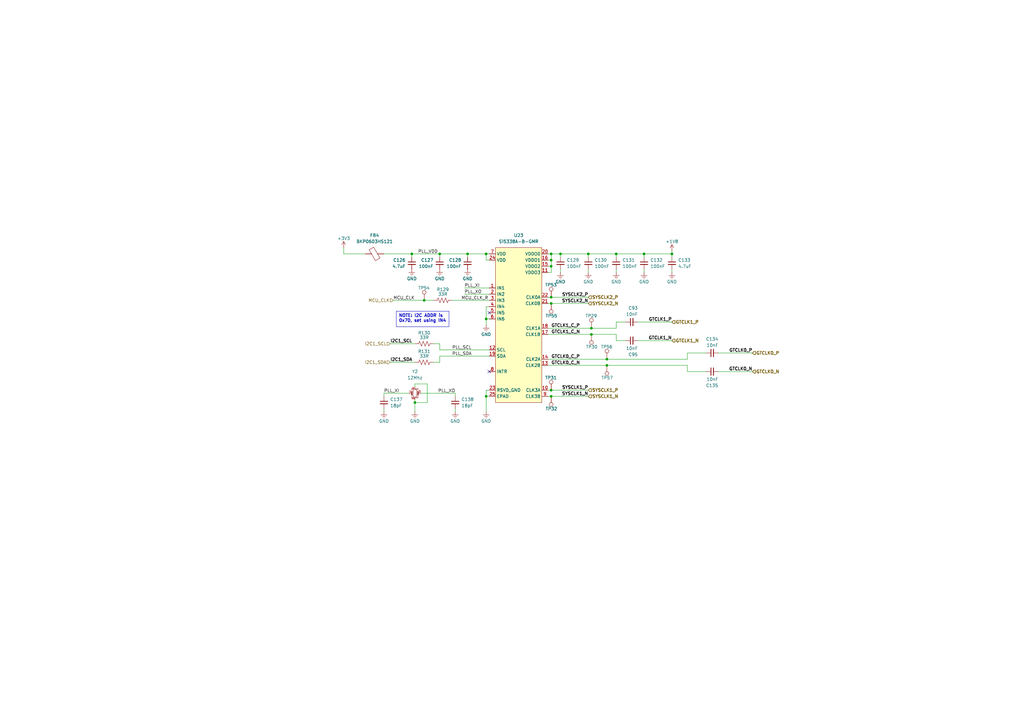
<source format=kicad_sch>
(kicad_sch (version 20231120) (generator "eeschema") (generator_version "8.0")
  (paper "A3")
  (title_block (title "Clock Generator") (date "2024-10-06") (rev "2.0") (company "Drexel University") (comment 1 "Designed by John Hofmeyr"))
  (lib_symbols
    (symbol "Connector:TestPoint" (pin_numbers hide) (pin_names (offset 0.762) hide)
      (property "Reference" "TP" (at 0 6.858 0))
      (property "Value" "TestPoint" (at 0 5.08 0))
      (symbol "TestPoint_0_1"
        (circle (center 0 3.302) (radius 0.762))
      )
      (symbol "TestPoint_1_1"
        (pin passive line (at 0 0 90) (length 2.54) (name "1") (number "1"))
      )
    )
    (symbol "Device:C_Small" (pin_numbers hide) (pin_names (offset 0.254) hide)
      (property "Reference" "C" (at 0.254 1.778 0))
      (property "Value" "C_Small" (at 0.254 -2.032 0))
      (symbol "C_Small_0_1"
        (polyline (pts (xy -1.524 -0.508) (xy 1.524 -0.508)) (stroke (width 0.3302)))
        (polyline (pts (xy -1.524 0.508) (xy 1.524 0.508)) (stroke (width 0.3048)))
      )
      (symbol "C_Small_1_1"
        (pin passive line (at 0 2.54 270) (length 2.032) (name "~") (number "1"))
        (pin passive line (at 0 -2.54 90) (length 2.032) (name "~") (number "2"))
      )
    )
    (symbol "Device:Crystal_GND24_Small" (pin_names (offset 1.016) hide)
      (property "Reference" "Y" (at 1.27 4.445 0))
      (property "Value" "Crystal_GND24_Small" (at 1.27 2.54 0))
      (symbol "Crystal_GND24_Small_0_1"
        (rectangle (start -0.762 -1.524) (end 0.762 1.524))
        (polyline (pts (xy -1.27 -0.762) (xy -1.27 0.762)) (stroke (width 0.381)))
        (polyline (pts (xy 1.27 -0.762) (xy 1.27 0.762)) (stroke (width 0.381)))
        (polyline (pts (xy -1.27 -1.27) (xy -1.27 -1.905) (xy 1.27 -1.905) (xy 1.27 -1.27)))
        (polyline (pts (xy -1.27 1.27) (xy -1.27 1.905) (xy 1.27 1.905) (xy 1.27 1.27)))
      )
      (symbol "Crystal_GND24_Small_1_1"
        (pin passive line (at -2.54 0 0) (length 1.27) (name "1") (number "1"))
        (pin passive line (at 0 -2.54 90) (length 0.635) (name "2") (number "2"))
        (pin passive line (at 2.54 0 180) (length 1.27) (name "3") (number "3"))
        (pin passive line (at 0 2.54 270) (length 0.635) (name "4") (number "4"))
      )
    )
    (symbol "Device:FerriteBead" (pin_numbers hide) (pin_names (offset 0))
      (property "Reference" "FB" (at -3.81 0.635 90))
      (property "Value" "FerriteBead" (at 3.81 0 90))
      (symbol "FerriteBead_0_1"
        (polyline (pts (xy 0 -1.27) (xy 0 -1.2192)))
        (polyline (pts (xy 0 1.27) (xy 0 1.2954)))
        (polyline (pts (xy -2.7686 0.4064) (xy -1.7018 2.2606) (xy 2.7686 -0.3048) (xy 1.6764 -2.159) (xy -2.7686 0.4064)))
      )
      (symbol "FerriteBead_1_1"
        (pin passive line (at 0 3.81 270) (length 2.54) (name "~") (number "1"))
        (pin passive line (at 0 -3.81 90) (length 2.54) (name "~") (number "2"))
      )
    )
    (symbol "Device:R_US" (pin_numbers hide) (pin_names (offset 0))
      (property "Reference" "R" (at 2.54 0 90))
      (property "Value" "R_US" (at -2.54 0 90))
      (symbol "R_US_0_1"
        (polyline (pts (xy 0 -2.286) (xy 0 -2.54)))
        (polyline (pts (xy 0 2.286) (xy 0 2.54)))
        (polyline (pts (xy 0 -0.762) (xy 1.016 -1.143) (xy 0 -1.524) (xy -1.016 -1.905) (xy 0 -2.286)))
        (polyline (pts (xy 0 0.762) (xy 1.016 0.381) (xy 0 0) (xy -1.016 -0.381) (xy 0 -0.762)))
        (polyline (pts (xy 0 2.286) (xy 1.016 1.905) (xy 0 1.524) (xy -1.016 1.143) (xy 0 0.762)))
      )
      (symbol "R_US_1_1"
        (pin passive line (at 0 3.81 270) (length 1.27) (name "~") (number "1"))
        (pin passive line (at 0 -3.81 90) (length 1.27) (name "~") (number "2"))
      )
    )
    (symbol "FPGA Module:Si5338"
      (property "Reference" "U" (at 12.065 6.35 0))
      (property "Value" "Si5338A-B-GMR" (at 12.065 3.81 0))
      (symbol "Si5338_1_1"
        (rectangle (start 2.54 2.54) (end 21.59 -60.96) (fill (type background)))
        (pin passive line (at 0 -13.97 0) (length 2.54) (name "IN1") (number "1"))
        (pin passive line (at 24.13 -55.88 180) (length 2.54) (name "CLK3A") (number "10"))
        (pin passive line (at 24.13 -7.62 180) (length 2.54) (name "VDDO3") (number "11"))
        (pin passive line (at 0 -39.37 0) (length 2.54) (name "SCL") (number "12"))
        (pin passive line (at 24.13 -45.72 180) (length 2.54) (name "CLK2B") (number "13"))
        (pin passive line (at 24.13 -43.18 180) (length 2.54) (name "CLK2A") (number "14"))
        (pin passive line (at 24.13 -5.08 180) (length 2.54) (name "VDDO2") (number "15"))
        (pin passive line (at 24.13 -2.54 180) (length 2.54) (name "VDDO1") (number "16"))
        (pin passive line (at 24.13 -33.02 180) (length 2.54) (name "CLK1B") (number "17"))
        (pin passive line (at 24.13 -30.48 180) (length 2.54) (name "CLK1A") (number "18"))
        (pin passive line (at 0 -41.91 0) (length 2.54) (name "SDA") (number "19"))
        (pin passive line (at 0 -16.51 0) (length 2.54) (name "IN2") (number "2"))
        (pin passive line (at 24.13 0 180) (length 2.54) (name "VDDO0") (number "20"))
        (pin passive line (at 24.13 -20.32 180) (length 2.54) (name "CLK0B") (number "21"))
        (pin passive line (at 24.13 -17.78 180) (length 2.54) (name "CLK0A") (number "22"))
        (pin passive line (at 0 -55.88 0) (length 2.54) (name "RSVD_GND") (number "23"))
        (pin passive line (at 0 -2.54 0) (length 2.54) (name "VDD") (number "24"))
        (pin passive line (at 0 -58.42 0) (length 2.54) (name "EPAD") (number "25"))
        (pin passive line (at 0 -19.05 0) (length 2.54) (name "IN3") (number "3"))
        (pin passive line (at 0 -21.59 0) (length 2.54) (name "IN4") (number "4"))
        (pin passive line (at 0 -24.13 0) (length 2.54) (name "IN5") (number "5"))
        (pin passive line (at 0 -26.67 0) (length 2.54) (name "IN6") (number "6"))
        (pin passive line (at 0 0 0) (length 2.54) (name "VDD") (number "7"))
        (pin passive line (at 0 -48.26 0) (length 2.54) (name "INTR") (number "8"))
        (pin passive line (at 24.13 -58.42 180) (length 2.54) (name "CLK3B") (number "9"))
      )
    )
    (symbol "power:+1V8" (power) (pin_numbers hide) (pin_names (offset 0) hide)
      (property "Value" "+1V8" (at 0 3.556 0))
      (symbol "+1V8_0_1"
        (polyline (pts (xy -0.762 1.27) (xy 0 2.54)))
        (polyline (pts (xy 0 0) (xy 0 2.54)))
        (polyline (pts (xy 0 2.54) (xy 0.762 1.27)))
      )
      (symbol "+1V8_1_1"
        (pin power_in line (at 0 0 90) (length 0) (name "~") (number "1"))
      )
    )
    (symbol "power:+3V3" (power) (pin_numbers hide) (pin_names (offset 0) hide)
      (property "Value" "+3V3" (at 0 3.556 0))
      (symbol "+3V3_0_1"
        (polyline (pts (xy -0.762 1.27) (xy 0 2.54)))
        (polyline (pts (xy 0 0) (xy 0 2.54)))
        (polyline (pts (xy 0 2.54) (xy 0.762 1.27)))
      )
      (symbol "+3V3_1_1"
        (pin power_in line (at 0 0 90) (length 0) (name "~") (number "1"))
      )
    )
    (symbol "power:GND" (power) (pin_numbers hide) (pin_names (offset 0) hide)
      (property "Value" "GND" (at 0 -3.81 0))
      (symbol "GND_0_1"
        (polyline (pts (xy -0.635 -1.905) (xy 0.635 -1.905)))
        (polyline (pts (xy -0.127 -2.54) (xy 0.127 -2.54)))
        (polyline (pts (xy 0 -1.27) (xy 0 0)))
        (polyline (pts (xy 1.27 -1.27) (xy -1.27 -1.27)))
      )
      (symbol "GND_1_1"
        (pin power_in line (at 0 0 270) (length 0) (name "~") (number "1"))
      )
    )
  )
  (junction (at 241.3 104.14))
  (junction (at 191.77 104.14))
  (junction (at 226.06 162.56))
  (junction (at 199.39 104.14))
  (junction (at 226.06 124.46))
  (junction (at 248.92 147.32))
  (junction (at 168.91 104.14))
  (junction (at 226.06 121.92))
  (junction (at 242.57 137.16))
  (junction (at 275.59 104.14))
  (junction (at 170.18 165.1))
  (junction (at 226.06 160.02))
  (junction (at 248.92 149.86))
  (junction (at 229.87 104.14))
  (junction (at 226.06 104.14))
  (junction (at 264.16 104.14))
  (junction (at 242.57 134.62))
  (junction (at 199.39 162.56))
  (junction (at 173.99 123.19))
  (junction (at 180.34 104.14))
  (junction (at 252.73 104.14))
  (junction (at 226.06 106.68))
  (junction (at 199.39 130.81))
  (junction (at 226.06 109.22))
  (no_connect (at 200.66 128.27))
  (no_connect (at 200.66 152.4))
  (wire (pts (xy 294.64 144.78) (xy 308.61 144.78)))
  (wire (pts (xy 226.06 106.68) (xy 224.79 106.68)))
  (wire (pts (xy 241.3 110.49) (xy 241.3 111.76)))
  (wire (pts (xy 252.73 137.16) (xy 252.73 139.7)))
  (wire (pts (xy 275.59 102.87) (xy 275.59 104.14)))
  (wire (pts (xy 226.06 160.02) (xy 241.3 160.02)))
  (wire (pts (xy 170.18 165.1) (xy 170.18 168.91)))
  (wire (pts (xy 224.79 147.32) (xy 248.92 147.32)))
  (wire (pts (xy 191.77 104.14) (xy 199.39 104.14)))
  (wire (pts (xy 248.92 149.86) (xy 281.94 149.86)))
  (wire (pts (xy 199.39 106.68) (xy 199.39 104.14)))
  (wire (pts (xy 226.06 111.76) (xy 224.79 111.76)))
  (wire (pts (xy 224.79 121.92) (xy 226.06 121.92)))
  (wire (pts (xy 199.39 104.14) (xy 200.66 104.14)))
  (wire (pts (xy 224.79 162.56) (xy 226.06 162.56)))
  (wire (pts (xy 229.87 110.49) (xy 229.87 111.76)))
  (wire (pts (xy 140.97 101.6) (xy 140.97 104.14)))
  (wire (pts (xy 160.02 140.97) (xy 170.18 140.97)))
  (wire (pts (xy 281.94 149.86) (xy 281.94 152.4)))
  (wire (pts (xy 275.59 110.49) (xy 275.59 111.76)))
  (wire (pts (xy 281.94 147.32) (xy 281.94 144.78)))
  (wire (pts (xy 160.02 148.59) (xy 170.18 148.59)))
  (wire (pts (xy 229.87 104.14) (xy 241.3 104.14)))
  (wire (pts (xy 190.5 120.65) (xy 200.66 120.65)))
  (wire (pts (xy 173.99 123.19) (xy 177.8 123.19)))
  (wire (pts (xy 180.34 143.51) (xy 200.66 143.51)))
  (wire (pts (xy 224.79 160.02) (xy 226.06 160.02)))
  (wire (pts (xy 199.39 125.73) (xy 200.66 125.73)))
  (wire (pts (xy 157.48 161.29) (xy 167.64 161.29)))
  (wire (pts (xy 199.39 162.56) (xy 200.66 162.56)))
  (wire (pts (xy 175.26 157.48) (xy 175.26 165.1)))
  (wire (pts (xy 226.06 124.46) (xy 241.3 124.46)))
  (wire (pts (xy 161.29 123.19) (xy 173.99 123.19)))
  (wire (pts (xy 170.18 165.1) (xy 170.18 163.83)))
  (wire (pts (xy 180.34 143.51) (xy 180.34 140.97)))
  (wire (pts (xy 175.26 165.1) (xy 170.18 165.1)))
  (wire (pts (xy 226.06 109.22) (xy 224.79 109.22)))
  (wire (pts (xy 281.94 152.4) (xy 289.56 152.4)))
  (wire (pts (xy 264.16 110.49) (xy 264.16 111.76)))
  (wire (pts (xy 275.59 104.14) (xy 275.59 105.41)))
  (wire (pts (xy 226.06 104.14) (xy 229.87 104.14)))
  (wire (pts (xy 199.39 160.02) (xy 199.39 162.56)))
  (wire (pts (xy 157.48 167.64) (xy 157.48 168.91)))
  (wire (pts (xy 186.69 167.64) (xy 186.69 168.91)))
  (wire (pts (xy 200.66 106.68) (xy 199.39 106.68)))
  (wire (pts (xy 224.79 149.86) (xy 248.92 149.86)))
  (wire (pts (xy 261.62 139.7) (xy 275.59 139.7)))
  (wire (pts (xy 252.73 104.14) (xy 264.16 104.14)))
  (wire (pts (xy 200.66 160.02) (xy 199.39 160.02)))
  (wire (pts (xy 180.34 148.59) (xy 177.8 148.59)))
  (wire (pts (xy 170.18 158.75) (xy 170.18 157.48)))
  (wire (pts (xy 186.69 161.29) (xy 186.69 162.56)))
  (wire (pts (xy 241.3 104.14) (xy 241.3 105.41)))
  (wire (pts (xy 264.16 104.14) (xy 275.59 104.14)))
  (wire (pts (xy 226.06 162.56) (xy 241.3 162.56)))
  (wire (pts (xy 226.06 106.68) (xy 226.06 109.22)))
  (wire (pts (xy 172.72 161.29) (xy 186.69 161.29)))
  (wire (pts (xy 180.34 104.14) (xy 180.34 105.41)))
  (wire (pts (xy 261.62 132.08) (xy 275.59 132.08)))
  (wire (pts (xy 170.18 157.48) (xy 175.26 157.48)))
  (wire (pts (xy 199.39 162.56) (xy 199.39 168.91)))
  (wire (pts (xy 248.92 147.32) (xy 281.94 147.32)))
  (wire (pts (xy 264.16 104.14) (xy 264.16 105.41)))
  (wire (pts (xy 185.42 123.19) (xy 200.66 123.19)))
  (wire (pts (xy 242.57 134.62) (xy 252.73 134.62)))
  (wire (pts (xy 191.77 104.14) (xy 191.77 105.41)))
  (wire (pts (xy 199.39 125.73) (xy 199.39 130.81)))
  (wire (pts (xy 224.79 124.46) (xy 226.06 124.46)))
  (wire (pts (xy 180.34 104.14) (xy 191.77 104.14)))
  (wire (pts (xy 252.73 104.14) (xy 252.73 105.41)))
  (wire (pts (xy 252.73 134.62) (xy 252.73 132.08)))
  (wire (pts (xy 242.57 137.16) (xy 252.73 137.16)))
  (wire (pts (xy 252.73 132.08) (xy 256.54 132.08)))
  (wire (pts (xy 281.94 144.78) (xy 289.56 144.78)))
  (wire (pts (xy 190.5 118.11) (xy 200.66 118.11)))
  (wire (pts (xy 199.39 130.81) (xy 199.39 133.35)))
  (wire (pts (xy 252.73 110.49) (xy 252.73 111.76)))
  (wire (pts (xy 180.34 146.05) (xy 180.34 148.59)))
  (wire (pts (xy 226.06 121.92) (xy 241.3 121.92)))
  (wire (pts (xy 226.06 109.22) (xy 226.06 111.76)))
  (wire (pts (xy 226.06 104.14) (xy 226.06 106.68)))
  (wire (pts (xy 180.34 146.05) (xy 200.66 146.05)))
  (wire (pts (xy 224.79 137.16) (xy 242.57 137.16)))
  (wire (pts (xy 180.34 140.97) (xy 177.8 140.97)))
  (wire (pts (xy 224.79 134.62) (xy 242.57 134.62)))
  (wire (pts (xy 226.06 104.14) (xy 224.79 104.14)))
  (wire (pts (xy 229.87 104.14) (xy 229.87 105.41)))
  (wire (pts (xy 149.86 104.14) (xy 140.97 104.14)))
  (wire (pts (xy 157.48 161.29) (xy 157.48 162.56)))
  (wire (pts (xy 199.39 130.81) (xy 200.66 130.81)))
  (wire (pts (xy 241.3 104.14) (xy 252.73 104.14)))
  (wire (pts (xy 168.91 104.14) (xy 168.91 105.41)))
  (wire (pts (xy 252.73 139.7) (xy 256.54 139.7)))
  (wire (pts (xy 157.48 104.14) (xy 168.91 104.14)))
  (wire (pts (xy 294.64 152.4) (xy 308.61 152.4)))
  (wire (pts (xy 168.91 104.14) (xy 180.34 104.14)))
  (text_box "NOTE: I2C ADDR is 0x70, set using IN4" (at 162.56 127.635 0) (size 21.59 6.35) (effects (font (size 1.27 1.27) (bold yes)) (justify left top)))
  (label "MCU_CLK_R" (at 189.23 123.19 0))
  (label "PLL_XI" (at 157.48 161.29 0))
  (label "PLL_SCL" (at 185.42 143.51 0))
  (label "GTCLK0_C_N" (at 226.06 149.86 0) (effects (font (bold yes))))
  (label "I2C1_SCL" (at 160.02 140.97 0) (effects (font (bold yes))))
  (label "PLL_SDA" (at 185.42 146.05 0))
  (label "SYSCLK2_P" (at 241.3 121.92 180) (effects (font (bold yes))))
  (label "GTCLK1_P" (at 275.59 132.08 180) (effects (font (bold yes))))
  (label "SYSCLK2_N" (at 241.3 124.46 180) (effects (font (bold yes))))
  (label "PLL_VDD" (at 171.45 104.14 0))
  (label "PLL_XO" (at 190.5 120.65 0))
  (label "GTCLK1_C_N" (at 226.06 137.16 0) (effects (font (bold yes))))
  (label "I2C1_SDA" (at 160.02 148.59 0) (effects (font (bold yes))))
  (label "SYSCLK1_N" (at 241.3 162.56 180) (effects (font (bold yes))))
  (label "GTCLK0_C_P" (at 226.06 147.32 0) (effects (font (bold yes))))
  (label "PLL_XO" (at 186.69 161.29 180))
  (label "GTCLK0_N" (at 308.61 152.4 180) (effects (font (bold yes))))
  (label "GTCLK1_C_P" (at 226.06 134.62 0) (effects (font (bold yes))))
  (label "SYSCLK1_P" (at 241.3 160.02 180) (effects (font (bold yes))))
  (label "PLL_XI" (at 190.5 118.11 0))
  (label "MCU_CLK" (at 161.29 123.19 0))
  (label "GTCLK0_P" (at 308.61 144.78 180) (effects (font (bold yes))))
  (label "GTCLK1_N" (at 275.59 139.7 180) (effects (font (bold yes))))
  (hierarchical_label "MCU_CLK" (shape input) (at 161.29 123.19 180))
  (hierarchical_label "SYSCLK1_N" (shape input) (at 241.3 162.56 0) (effects (font (bold yes))))
  (hierarchical_label "GTCLK1_N" (shape input) (at 275.59 139.7 0) (effects (font (bold yes))))
  (hierarchical_label "SYSCLK2_N" (shape input) (at 241.3 124.46 0) (effects (font (bold yes))))
  (hierarchical_label "GTCLK0_N" (shape input) (at 308.61 152.4 0) (effects (font (bold yes))))
  (hierarchical_label "I2C1_SDA" (shape input) (at 160.02 148.59 180))
  (hierarchical_label "SYSCLK2_P" (shape input) (at 241.3 121.92 0) (effects (font (bold yes))))
  (hierarchical_label "I2C1_SCL" (shape input) (at 160.02 140.97 180))
  (hierarchical_label "GTCLK0_P" (shape input) (at 308.61 144.78 0) (effects (font (bold yes))))
  (hierarchical_label "GTCLK1_P" (shape input) (at 275.59 132.08 0) (effects (font (bold yes))))
  (hierarchical_label "SYSCLK1_P" (shape input) (at 241.3 160.02 0) (effects (font (bold yes))))
  (symbol (lib_id "power:GND") (at 168.91 110.49 0) (mirror y) (unit 1)
    (property "Reference" "#PWR0280" (effects (hide yes)))
    (property "Value" "GND" (at 168.91 114.3 0))
    (property "Description" "Power symbol creates a global label with name \"GND\" , ground" (effects (hide yes)))
  )
  (symbol (lib_id "Device:C_Small") (at 252.73 107.95 0) (unit 1)
    (property "Reference" "C131" (at 255.27 106.6862 0) (effects (justify left)))
    (property "Value" "100nF" (at 255.27 109.2262 0) (effects (justify left)))
    (property "Footprint" "Capacitor_SMD:C_0201_0603Metric" (effects (hide yes)))
    (property "Description" "Unpolarized capacitor, small symbol" (effects (hide yes)))
  )
  (symbol (lib_id "Device:FerriteBead") (at 153.67 104.14 90) (mirror x) (unit 1)
    (property "Reference" "FB4" (at 153.6192 96.52 90))
    (property "Value" "BKP0603HS121" (at 153.6192 99.06 90))
    (property "Footprint" "Inductor_SMD:L_0201_0603Metric" (effects (hide yes)))
    (property "Description" "Ferrite bead" (effects (hide yes)))
  )
  (symbol (lib_id "Connector:TestPoint") (at 248.92 149.86 180) (unit 1)
    (property "Reference" "TP57" (at 251.46 154.94 0) (effects (justify left)))
    (property "Value" "Test Point" (effects (hide yes)))
    (property "Footprint" "FPGA Module:Test Point 0.5mm No Silk" (effects (hide yes)))
    (property "Description" "test point" (effects (hide yes)))
  )
  (symbol (lib_id "power:+1V8") (at 275.59 102.87 0) (unit 1)
    (property "Reference" "#PWR0279" (effects (hide yes)))
    (property "Value" "+1V8" (at 275.59 99.06 0))
    (property "Description" "Power symbol creates a global label with name \"+1V8\"" (effects (hide yes)))
  )
  (symbol (lib_id "power:GND") (at 191.77 110.49 0) (mirror y) (unit 1)
    (property "Reference" "#PWR0282" (effects (hide yes)))
    (property "Value" "GND" (at 191.77 114.3 0))
    (property "Description" "Power symbol creates a global label with name \"GND\" , ground" (effects (hide yes)))
  )
  (symbol (lib_id "power:GND") (at 264.16 111.76 0) (unit 1)
    (property "Reference" "#PWR0286" (effects (hide yes)))
    (property "Value" "GND" (at 264.16 115.57 0))
    (property "Description" "Power symbol creates a global label with name \"GND\" , ground" (effects (hide yes)))
  )
  (symbol (lib_id "Device:C_Small") (at 241.3 107.95 0) (unit 1)
    (property "Reference" "C130" (at 243.84 106.6862 0) (effects (justify left)))
    (property "Value" "100nF" (at 243.84 109.2262 0) (effects (justify left)))
    (property "Footprint" "Capacitor_SMD:C_0201_0603Metric" (effects (hide yes)))
    (property "Description" "Unpolarized capacitor, small symbol" (effects (hide yes)))
  )
  (symbol (lib_id "FPGA Module:Si5338") (at 200.66 104.14 0) (unit 1)
    (property "Reference" "U23" (at 212.725 96.52 0))
    (property "Value" "Si5338A-B-GMR" (at 212.725 99.06 0))
    (property "Footprint" "Package_DFN_QFN:QFN-24-1EP_4x4mm_P0.5mm_EP2.6x2.6mm" (effects (hide yes)))
    (property "Datasheet" "https://www.skyworksinc.com/-/media/SkyWorks/SL/documents/public/data-sheets/Si5338.pdf" (effects (hide yes)))
  )
  (symbol (lib_id "Connector:TestPoint") (at 226.06 160.02 0) (unit 1)
    (property "Reference" "TP31" (at 223.52 154.94 0) (effects (justify left)))
    (property "Value" "Test Point" (effects (hide yes)))
    (property "Footprint" "FPGA Module:Test Point 0.5mm No Silk" (effects (hide yes)))
    (property "Description" "test point" (effects (hide yes)))
  )
  (symbol (lib_id "Connector:TestPoint") (at 173.99 123.19 0) (unit 1)
    (property "Reference" "TP54" (at 171.45 118.11 0) (effects (justify left)))
    (property "Value" "Test Point" (effects (hide yes)))
    (property "Footprint" "FPGA Module:Test Point 0.5mm No Silk" (effects (hide yes)))
    (property "Description" "test point" (effects (hide yes)))
  )
  (symbol (lib_id "Device:Crystal_GND24_Small") (at 170.18 161.29 0) (unit 1)
    (property "Reference" "Y2" (at 170.18 152.4 0))
    (property "Value" "12Mhz" (at 170.18 154.94 0))
    (property "Footprint" "Oscillator:Oscillator_SMD_Abracon_ASE-4Pin_3.2x2.5mm" (effects (hide yes)))
    (property "Datasheet" "https://abracon.com/Resonators/abm8.pdf" (effects (hide yes)))
    (property "Description" "Four pin crystal, GND on pins 2 and 4, small symbol" (effects (hide yes)))
  )
  (symbol (lib_id "Device:C_Small") (at 186.69 165.1 0) (unit 1)
    (property "Reference" "C138" (at 189.23 163.8362 0) (effects (justify left)))
    (property "Value" "18pF" (at 189.23 166.3762 0) (effects (justify left)))
    (property "Footprint" "Capacitor_SMD:C_0201_0603Metric" (effects (hide yes)))
    (property "Description" "Unpolarized capacitor, small symbol" (effects (hide yes)))
  )
  (symbol (lib_id "power:GND") (at 252.73 111.76 0) (unit 1)
    (property "Reference" "#PWR0285" (effects (hide yes)))
    (property "Value" "GND" (at 252.73 115.57 0))
    (property "Description" "Power symbol creates a global label with name \"GND\" , ground" (effects (hide yes)))
  )
  (symbol (lib_id "Connector:TestPoint") (at 226.06 124.46 180) (unit 1)
    (property "Reference" "TP55" (at 228.6 129.54 0) (effects (justify left)))
    (property "Value" "Test Point" (effects (hide yes)))
    (property "Footprint" "FPGA Module:Test Point 0.5mm No Silk" (effects (hide yes)))
    (property "Description" "test point" (effects (hide yes)))
  )
  (symbol (lib_id "power:GND") (at 157.48 168.91 0) (unit 1)
    (property "Reference" "#PWR0289" (effects (hide yes)))
    (property "Value" "GND" (at 157.48 172.72 0))
    (property "Description" "Power symbol creates a global label with name \"GND\" , ground" (effects (hide yes)))
  )
  (symbol (lib_id "Device:C_Small") (at 191.77 107.95 0) (mirror y) (unit 1)
    (property "Reference" "C128" (at 189.23 106.6862 0) (effects (justify left)))
    (property "Value" "100nF" (at 189.23 109.2262 0) (effects (justify left)))
    (property "Footprint" "Capacitor_SMD:C_0201_0603Metric" (effects (hide yes)))
    (property "Description" "Unpolarized capacitor, small symbol" (effects (hide yes)))
  )
  (symbol (lib_id "Device:C_Small") (at 259.08 139.7 90) (unit 1)
    (property "Reference" "C95" (at 261.62 145.415 90) (effects (justify left)))
    (property "Value" "10nF" (at 261.62 142.875 90) (effects (justify left)))
    (property "Footprint" "Capacitor_SMD:C_0201_0603Metric" (effects (hide yes)))
    (property "Description" "Unpolarized capacitor, small symbol" (effects (hide yes)))
  )
  (symbol (lib_id "Device:C_Small") (at 292.1 152.4 90) (unit 1)
    (property "Reference" "C135" (at 294.64 158.115 90) (effects (justify left)))
    (property "Value" "10nF" (at 294.64 155.575 90) (effects (justify left)))
    (property "Footprint" "Capacitor_SMD:C_0201_0603Metric" (effects (hide yes)))
    (property "Description" "Unpolarized capacitor, small symbol" (effects (hide yes)))
  )
  (symbol (lib_id "Device:C_Small") (at 275.59 107.95 0) (unit 1)
    (property "Reference" "C133" (at 278.13 106.6862 0) (effects (justify left)))
    (property "Value" "4.7uF" (at 278.13 109.2262 0) (effects (justify left)))
    (property "Footprint" "Capacitor_SMD:C_0201_0603Metric" (effects (hide yes)))
    (property "Description" "Unpolarized capacitor, small symbol" (effects (hide yes)))
  )
  (symbol (lib_id "power:GND") (at 186.69 168.91 0) (unit 1)
    (property "Reference" "#PWR0291" (effects (hide yes)))
    (property "Value" "GND" (at 186.69 172.72 0))
    (property "Description" "Power symbol creates a global label with name \"GND\" , ground" (effects (hide yes)))
  )
  (symbol (lib_id "power:GND") (at 170.18 168.91 0) (unit 1)
    (property "Reference" "#PWR0290" (effects (hide yes)))
    (property "Value" "GND" (at 170.18 172.72 0))
    (property "Description" "Power symbol creates a global label with name \"GND\" , ground" (effects (hide yes)))
  )
  (symbol (lib_id "Device:R_US") (at 181.61 123.19 270) (unit 1)
    (property "Reference" "R129" (at 181.61 118.745 90))
    (property "Value" "33R" (at 181.61 120.65 90))
    (property "Footprint" "Resistor_SMD:R_0201_0603Metric" (effects (hide yes)))
    (property "Description" "Resistor, US symbol" (effects (hide yes)))
  )
  (symbol (lib_id "Connector:TestPoint") (at 248.92 147.32 0) (unit 1)
    (property "Reference" "TP56" (at 246.38 142.24 0) (effects (justify left)))
    (property "Value" "Test Point" (effects (hide yes)))
    (property "Footprint" "FPGA Module:Test Point 0.5mm No Silk" (effects (hide yes)))
    (property "Description" "test point" (effects (hide yes)))
  )
  (symbol (lib_id "Device:C_Small") (at 259.08 132.08 90) (mirror x) (unit 1)
    (property "Reference" "C93" (at 261.62 126.365 90) (effects (justify left)))
    (property "Value" "10nF" (at 261.62 128.905 90) (effects (justify left)))
    (property "Footprint" "Capacitor_SMD:C_0201_0603Metric" (effects (hide yes)))
    (property "Description" "Unpolarized capacitor, small symbol" (effects (hide yes)))
  )
  (symbol (lib_id "Connector:TestPoint") (at 242.57 137.16 180) (unit 1)
    (property "Reference" "TP30" (at 245.11 142.24 0) (effects (justify left)))
    (property "Value" "Test Point" (effects (hide yes)))
    (property "Footprint" "FPGA Module:Test Point 0.5mm No Silk" (effects (hide yes)))
    (property "Description" "test point" (effects (hide yes)))
  )
  (symbol (lib_id "Device:C_Small") (at 292.1 144.78 90) (mirror x) (unit 1)
    (property "Reference" "C134" (at 294.64 139.065 90) (effects (justify left)))
    (property "Value" "10nF" (at 294.64 141.605 90) (effects (justify left)))
    (property "Footprint" "Capacitor_SMD:C_0201_0603Metric" (effects (hide yes)))
    (property "Description" "Unpolarized capacitor, small symbol" (effects (hide yes)))
  )
  (symbol (lib_id "power:GND") (at 180.34 110.49 0) (mirror y) (unit 1)
    (property "Reference" "#PWR0281" (effects (hide yes)))
    (property "Value" "GND" (at 180.34 114.3 0))
    (property "Description" "Power symbol creates a global label with name \"GND\" , ground" (effects (hide yes)))
  )
  (symbol (lib_id "Device:C_Small") (at 229.87 107.95 0) (unit 1)
    (property "Reference" "C129" (at 232.41 106.6862 0) (effects (justify left)))
    (property "Value" "100nF" (at 232.41 109.2262 0) (effects (justify left)))
    (property "Footprint" "Capacitor_SMD:C_0201_0603Metric" (effects (hide yes)))
    (property "Description" "Unpolarized capacitor, small symbol" (effects (hide yes)))
  )
  (symbol (lib_id "Connector:TestPoint") (at 226.06 121.92 0) (unit 1)
    (property "Reference" "TP53" (at 223.52 116.84 0) (effects (justify left)))
    (property "Value" "Test Point" (effects (hide yes)))
    (property "Footprint" "FPGA Module:Test Point 0.5mm No Silk" (effects (hide yes)))
    (property "Description" "test point" (effects (hide yes)))
  )
  (symbol (lib_id "Device:R_US") (at 173.99 140.97 270) (unit 1)
    (property "Reference" "R130" (at 173.99 136.525 90))
    (property "Value" "33R" (at 173.99 138.43 90))
    (property "Footprint" "Resistor_SMD:R_0201_0603Metric" (effects (hide yes)))
    (property "Description" "Resistor, US symbol" (effects (hide yes)))
  )
  (symbol (lib_id "power:GND") (at 199.39 133.35 0) (mirror y) (unit 1)
    (property "Reference" "#PWR0288" (effects (hide yes)))
    (property "Value" "GND" (at 199.39 137.16 0))
    (property "Description" "Power symbol creates a global label with name \"GND\" , ground" (effects (hide yes)))
  )
  (symbol (lib_id "power:GND") (at 199.39 168.91 0) (mirror y) (unit 1)
    (property "Reference" "#PWR0292" (effects (hide yes)))
    (property "Value" "GND" (at 199.39 172.72 0))
    (property "Description" "Power symbol creates a global label with name \"GND\" , ground" (effects (hide yes)))
  )
  (symbol (lib_id "power:GND") (at 241.3 111.76 0) (unit 1)
    (property "Reference" "#PWR0284" (effects (hide yes)))
    (property "Value" "GND" (at 241.3 115.57 0))
    (property "Description" "Power symbol creates a global label with name \"GND\" , ground" (effects (hide yes)))
  )
  (symbol (lib_id "Device:R_US") (at 173.99 148.59 270) (unit 1)
    (property "Reference" "R131" (at 173.99 144.145 90))
    (property "Value" "33R" (at 173.99 146.05 90))
    (property "Footprint" "Resistor_SMD:R_0201_0603Metric" (effects (hide yes)))
    (property "Description" "Resistor, US symbol" (effects (hide yes)))
  )
  (symbol (lib_id "Connector:TestPoint") (at 226.06 162.56 180) (unit 1)
    (property "Reference" "TP32" (at 228.6 167.64 0) (effects (justify left)))
    (property "Value" "Test Point" (effects (hide yes)))
    (property "Footprint" "FPGA Module:Test Point 0.5mm No Silk" (effects (hide yes)))
    (property "Description" "test point" (effects (hide yes)))
  )
  (symbol (lib_id "power:GND") (at 229.87 111.76 0) (unit 1)
    (property "Reference" "#PWR0283" (effects (hide yes)))
    (property "Value" "GND" (at 229.87 115.57 0))
    (property "Description" "Power symbol creates a global label with name \"GND\" , ground" (effects (hide yes)))
  )
  (symbol (lib_id "Device:C_Small") (at 264.16 107.95 0) (unit 1)
    (property "Reference" "C132" (at 266.7 106.6862 0) (effects (justify left)))
    (property "Value" "100nF" (at 266.7 109.2262 0) (effects (justify left)))
    (property "Footprint" "Capacitor_SMD:C_0201_0603Metric" (effects (hide yes)))
    (property "Description" "Unpolarized capacitor, small symbol" (effects (hide yes)))
  )
  (symbol (lib_id "power:GND") (at 275.59 111.76 0) (unit 1)
    (property "Reference" "#PWR0287" (effects (hide yes)))
    (property "Value" "GND" (at 275.59 115.57 0))
    (property "Description" "Power symbol creates a global label with name \"GND\" , ground" (effects (hide yes)))
  )
  (symbol (lib_id "Device:C_Small") (at 168.91 107.95 0) (mirror y) (unit 1)
    (property "Reference" "C126" (at 166.37 106.6862 0) (effects (justify left)))
    (property "Value" "4.7uF" (at 166.37 109.2262 0) (effects (justify left)))
    (property "Footprint" "Capacitor_SMD:C_0201_0603Metric" (effects (hide yes)))
    (property "Description" "Unpolarized capacitor, small symbol" (effects (hide yes)))
  )
  (symbol (lib_id "Device:C_Small") (at 180.34 107.95 0) (mirror y) (unit 1)
    (property "Reference" "C127" (at 177.8 106.6862 0) (effects (justify left)))
    (property "Value" "100nF" (at 177.8 109.2262 0) (effects (justify left)))
    (property "Footprint" "Capacitor_SMD:C_0201_0603Metric" (effects (hide yes)))
    (property "Description" "Unpolarized capacitor, small symbol" (effects (hide yes)))
  )
  (symbol (lib_id "power:+3V3") (at 140.97 101.6 0) (unit 1)
    (property "Reference" "#PWR0278" (effects (hide yes)))
    (property "Value" "+3V3" (at 140.97 97.79 0))
    (property "Description" "Power symbol creates a global label with name \"+3V3\"" (effects (hide yes)))
  )
  (symbol (lib_id "Device:C_Small") (at 157.48 165.1 0) (unit 1)
    (property "Reference" "C137" (at 160.02 163.8362 0) (effects (justify left)))
    (property "Value" "18pF" (at 160.02 166.3762 0) (effects (justify left)))
    (property "Footprint" "Capacitor_SMD:C_0201_0603Metric" (effects (hide yes)))
    (property "Description" "Unpolarized capacitor, small symbol" (effects (hide yes)))
  )
  (symbol (lib_id "Connector:TestPoint") (at 242.57 134.62 0) (unit 1)
    (property "Reference" "TP29" (at 240.03 129.54 0) (effects (justify left)))
    (property "Value" "Test Point" (effects (hide yes)))
    (property "Footprint" "FPGA Module:Test Point 0.5mm No Silk" (effects (hide yes)))
    (property "Description" "test point" (effects (hide yes)))
  )
)
</source>
